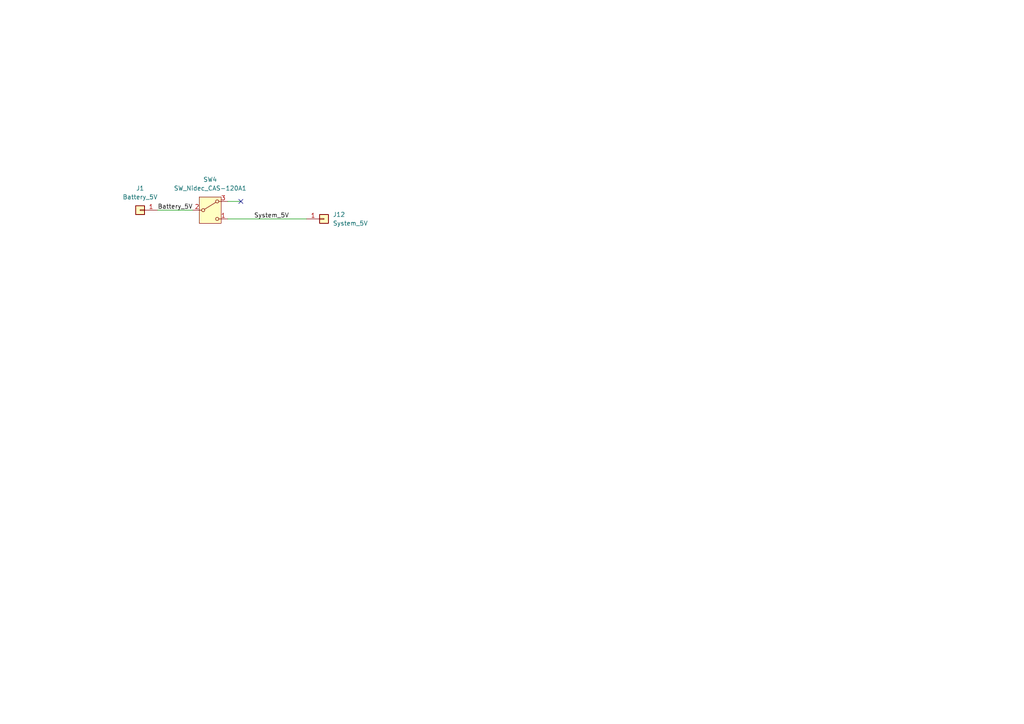
<source format=kicad_sch>
(kicad_sch (version 20250114) (generator "eeschema") (generator_version "9.0")
  (paper "A4")
  (lib_symbols
    (symbol "Connector_Generic:Conn_01x01" (pin_names (offset 1.016) (hide yes))
      (property "Reference" "J" (at 0 2.54 0))
      (property "Value" "Conn_01x01" (at 0 -2.54 0))
      (symbol "Conn_01x01_1_1"
        (rectangle (start -1.27 1.27) (end 1.27 -1.27) (stroke (width 0.254)) (fill (type background)))
        (rectangle (start -1.27 0.127) (end 0 -0.127) (stroke (width 0.1524)))
        (pin passive line (at -5.08 0 0) (length 3.81) (name "Pin_1") (number "1"))
      )
    )
    (symbol "Switch:SW_Nidec_CAS-120A1" (pin_names (offset 1) (hide yes))
      (property "Reference" "SW" (at 0 4.318 0))
      (property "Value" "SW_Nidec_CAS-120A1" (at 0 -5.08 0))
      (symbol "SW_Nidec_CAS-120A1_0_1"
        (circle (center -2.032 0) (radius 0.4572))
        (polyline (pts (xy -1.651 0.254) (xy 1.651 2.286)))
        (circle (center 2.032 2.54) (radius 0.4572))
        (circle (center 2.032 -2.54) (radius 0.4572))
      )
      (symbol "SW_Nidec_CAS-120A1_1_1"
        (rectangle (start -3.175 3.81) (end 3.175 -3.81) (fill (type background)))
        (pin passive line (at -5.08 0 0) (length 2.54) (name "B") (number "2"))
        (pin passive line (at 5.08 2.54 180) (length 2.54) (name "A") (number "3"))
        (pin passive line (at 5.08 -2.54 180) (length 2.54) (name "C") (number "1"))
      )
    )
  )
  (no_connect (at 69.85 58.42))
  (wire (pts (xy 66.04 58.42) (xy 69.85 58.42)))
  (wire (pts (xy 66.04 63.5) (xy 88.9 63.5)))
  (wire (pts (xy 45.72 60.96) (xy 55.88 60.96)))
  (label "System_5V" (at 73.66 63.5 0))
  (label "Battery_5V" (at 45.72 60.96 0))
  (symbol (lib_id "Switch:SW_Nidec_CAS-120A1") (at 60.96 60.96 0) (unit 1)
    (property "Reference" "SW4" (at 60.96 52.07 0))
    (property "Value" "SW_Nidec_CAS-120A1" (at 60.96 54.61 0))
    (property "Footprint" "Button_Switch_SMD:Nidec_Copal_CAS-120A" (effects (hide yes)))
    (property "Datasheet" "https://www.nidec-components.com/e/catalog/switch/cas.pdf" (effects (hide yes)))
    (property "Description" "Switch, single pole double throw" (effects (hide yes)))
  )
  (symbol (lib_id "Connector_Generic:Conn_01x01") (at 93.98 63.5 0) (unit 1)
    (property "Reference" "J12" (at 96.52 62.2299 0) (effects (justify left)))
    (property "Value" "System_5V" (at 96.52 64.7699 0) (effects (justify left)))
    (property "Description" "Generic connector, single row, 01x01, script generated (kicad-library-utils/schlib/autogen/connector/)" (effects (hide yes)))
  )
  (symbol (lib_id "Connector_Generic:Conn_01x01") (at 40.64 60.96 180) (unit 1)
    (property "Reference" "J1" (at 40.64 54.61 0))
    (property "Value" "Battery_5V" (at 40.64 57.15 0))
    (property "Description" "Generic connector, single row, 01x01, script generated (kicad-library-utils/schlib/autogen/connector/)" (effects (hide yes)))
  )
)
</source>
